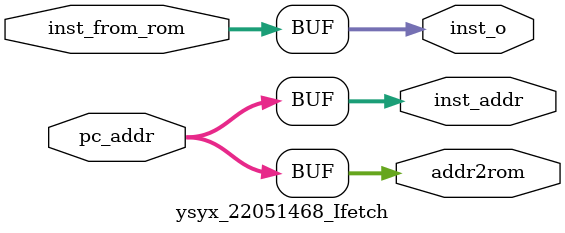
<source format=v>


module ysyx_22051468_Ifetch #(
   parameter WIDTH = 32
)
(
    input [WIDTH-1:0] pc_addr,
    input [WIDTH-1:0] inst_from_rom,
    output [WIDTH-1:0] addr2rom,
    output [WIDTH-1:0] inst_o,
    output [WIDTH-1:0] inst_addr
);

assign addr2rom = pc_addr;
assign inst_o = inst_from_rom;
assign inst_addr = pc_addr;


endmodule
</source>
